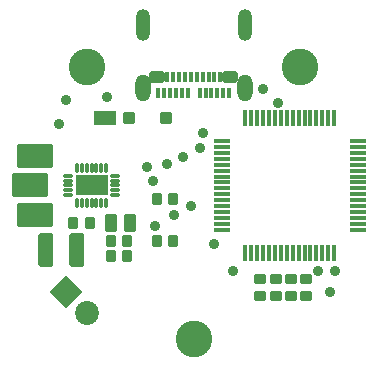
<source format=gts>
G04*
G04 #@! TF.GenerationSoftware,Altium Limited,Altium Designer,23.3.1 (30)*
G04*
G04 Layer_Color=8388736*
%FSLAX43Y43*%
%MOMM*%
G71*
G04*
G04 #@! TF.SameCoordinates,68B4457D-8A2E-4C3C-B976-16FA262DB654*
G04*
G04*
G04 #@! TF.FilePolarity,Negative*
G04*
G01*
G75*
%ADD29C,0.900*%
G04:AMPARAMS|DCode=30|XSize=0.8mm|YSize=1mm|CornerRadius=0.12mm|HoleSize=0mm|Usage=FLASHONLY|Rotation=0.000|XOffset=0mm|YOffset=0mm|HoleType=Round|Shape=RoundedRectangle|*
%AMROUNDEDRECTD30*
21,1,0.800,0.760,0,0,0.0*
21,1,0.560,1.000,0,0,0.0*
1,1,0.240,0.280,-0.380*
1,1,0.240,-0.280,-0.380*
1,1,0.240,-0.280,0.380*
1,1,0.240,0.280,0.380*
%
%ADD30ROUNDEDRECTD30*%
G04:AMPARAMS|DCode=31|XSize=0.4mm|YSize=0.8mm|CornerRadius=0.08mm|HoleSize=0mm|Usage=FLASHONLY|Rotation=180.000|XOffset=0mm|YOffset=0mm|HoleType=Round|Shape=RoundedRectangle|*
%AMROUNDEDRECTD31*
21,1,0.400,0.640,0,0,180.0*
21,1,0.240,0.800,0,0,180.0*
1,1,0.160,-0.120,0.320*
1,1,0.160,0.120,0.320*
1,1,0.160,0.120,-0.320*
1,1,0.160,-0.120,-0.320*
%
%ADD31ROUNDEDRECTD31*%
G04:AMPARAMS|DCode=32|XSize=1.3mm|YSize=1mm|CornerRadius=0.22mm|HoleSize=0mm|Usage=FLASHONLY|Rotation=180.000|XOffset=0mm|YOffset=0mm|HoleType=Round|Shape=RoundedRectangle|*
%AMROUNDEDRECTD32*
21,1,1.300,0.560,0,0,180.0*
21,1,0.860,1.000,0,0,180.0*
1,1,0.440,-0.430,0.280*
1,1,0.440,0.430,0.280*
1,1,0.440,0.430,-0.280*
1,1,0.440,-0.430,-0.280*
%
%ADD32ROUNDEDRECTD32*%
G04:AMPARAMS|DCode=33|XSize=2.1mm|YSize=3.1mm|CornerRadius=0.25mm|HoleSize=0mm|Usage=FLASHONLY|Rotation=90.000|XOffset=0mm|YOffset=0mm|HoleType=Round|Shape=RoundedRectangle|*
%AMROUNDEDRECTD33*
21,1,2.100,2.600,0,0,90.0*
21,1,1.600,3.100,0,0,90.0*
1,1,0.500,1.300,0.800*
1,1,0.500,1.300,-0.800*
1,1,0.500,-1.300,-0.800*
1,1,0.500,-1.300,0.800*
%
%ADD33ROUNDEDRECTD33*%
G04:AMPARAMS|DCode=34|XSize=0.4mm|YSize=1.3mm|CornerRadius=0.08mm|HoleSize=0mm|Usage=FLASHONLY|Rotation=180.000|XOffset=0mm|YOffset=0mm|HoleType=Round|Shape=RoundedRectangle|*
%AMROUNDEDRECTD34*
21,1,0.400,1.140,0,0,180.0*
21,1,0.240,1.300,0,0,180.0*
1,1,0.160,-0.120,0.570*
1,1,0.160,0.120,0.570*
1,1,0.160,0.120,-0.570*
1,1,0.160,-0.120,-0.570*
%
%ADD34ROUNDEDRECTD34*%
G04:AMPARAMS|DCode=35|XSize=0.4mm|YSize=1.3mm|CornerRadius=0.08mm|HoleSize=0mm|Usage=FLASHONLY|Rotation=270.000|XOffset=0mm|YOffset=0mm|HoleType=Round|Shape=RoundedRectangle|*
%AMROUNDEDRECTD35*
21,1,0.400,1.140,0,0,270.0*
21,1,0.240,1.300,0,0,270.0*
1,1,0.160,-0.570,-0.120*
1,1,0.160,-0.570,0.120*
1,1,0.160,0.570,0.120*
1,1,0.160,0.570,-0.120*
%
%ADD35ROUNDEDRECTD35*%
G04:AMPARAMS|DCode=36|XSize=0.3mm|YSize=0.8mm|CornerRadius=0.07mm|HoleSize=0mm|Usage=FLASHONLY|Rotation=0.000|XOffset=0mm|YOffset=0mm|HoleType=Round|Shape=RoundedRectangle|*
%AMROUNDEDRECTD36*
21,1,0.300,0.660,0,0,0.0*
21,1,0.160,0.800,0,0,0.0*
1,1,0.140,0.080,-0.330*
1,1,0.140,-0.080,-0.330*
1,1,0.140,-0.080,0.330*
1,1,0.140,0.080,0.330*
%
%ADD36ROUNDEDRECTD36*%
G04:AMPARAMS|DCode=37|XSize=0.3mm|YSize=0.8mm|CornerRadius=0.07mm|HoleSize=0mm|Usage=FLASHONLY|Rotation=270.000|XOffset=0mm|YOffset=0mm|HoleType=Round|Shape=RoundedRectangle|*
%AMROUNDEDRECTD37*
21,1,0.300,0.660,0,0,270.0*
21,1,0.160,0.800,0,0,270.0*
1,1,0.140,-0.330,-0.080*
1,1,0.140,-0.330,0.080*
1,1,0.140,0.330,0.080*
1,1,0.140,0.330,-0.080*
%
%ADD37ROUNDEDRECTD37*%
%ADD38R,2.800X1.800*%
G04:AMPARAMS|DCode=39|XSize=1.27mm|YSize=2.8mm|CornerRadius=0.167mm|HoleSize=0mm|Usage=FLASHONLY|Rotation=0.000|XOffset=0mm|YOffset=0mm|HoleType=Round|Shape=RoundedRectangle|*
%AMROUNDEDRECTD39*
21,1,1.270,2.466,0,0,0.0*
21,1,0.936,2.800,0,0,0.0*
1,1,0.334,0.468,-1.233*
1,1,0.334,-0.468,-1.233*
1,1,0.334,-0.468,1.233*
1,1,0.334,0.468,1.233*
%
%ADD39ROUNDEDRECTD39*%
G04:AMPARAMS|DCode=40|XSize=0.85mm|YSize=1.06mm|CornerRadius=0.125mm|HoleSize=0mm|Usage=FLASHONLY|Rotation=0.000|XOffset=0mm|YOffset=0mm|HoleType=Round|Shape=RoundedRectangle|*
%AMROUNDEDRECTD40*
21,1,0.850,0.810,0,0,0.0*
21,1,0.600,1.060,0,0,0.0*
1,1,0.250,0.300,-0.405*
1,1,0.250,-0.300,-0.405*
1,1,0.250,-0.300,0.405*
1,1,0.250,0.300,0.405*
%
%ADD40ROUNDEDRECTD40*%
G04:AMPARAMS|DCode=41|XSize=1.05mm|YSize=1.55mm|CornerRadius=0.145mm|HoleSize=0mm|Usage=FLASHONLY|Rotation=0.000|XOffset=0mm|YOffset=0mm|HoleType=Round|Shape=RoundedRectangle|*
%AMROUNDEDRECTD41*
21,1,1.050,1.260,0,0,0.0*
21,1,0.760,1.550,0,0,0.0*
1,1,0.290,0.380,-0.630*
1,1,0.290,-0.380,-0.630*
1,1,0.290,-0.380,0.630*
1,1,0.290,0.380,0.630*
%
%ADD41ROUNDEDRECTD41*%
G04:AMPARAMS|DCode=42|XSize=1mm|YSize=1.05mm|CornerRadius=0.14mm|HoleSize=0mm|Usage=FLASHONLY|Rotation=90.000|XOffset=0mm|YOffset=0mm|HoleType=Round|Shape=RoundedRectangle|*
%AMROUNDEDRECTD42*
21,1,1.000,0.770,0,0,90.0*
21,1,0.720,1.050,0,0,90.0*
1,1,0.280,0.385,0.360*
1,1,0.280,0.385,-0.360*
1,1,0.280,-0.385,-0.360*
1,1,0.280,-0.385,0.360*
%
%ADD42ROUNDEDRECTD42*%
G04:AMPARAMS|DCode=43|XSize=0.85mm|YSize=1.06mm|CornerRadius=0.125mm|HoleSize=0mm|Usage=FLASHONLY|Rotation=90.000|XOffset=0mm|YOffset=0mm|HoleType=Round|Shape=RoundedRectangle|*
%AMROUNDEDRECTD43*
21,1,0.850,0.810,0,0,90.0*
21,1,0.600,1.060,0,0,90.0*
1,1,0.250,0.405,0.300*
1,1,0.250,0.405,-0.300*
1,1,0.250,-0.405,-0.300*
1,1,0.250,-0.405,0.300*
%
%ADD43ROUNDEDRECTD43*%
G04:AMPARAMS|DCode=44|XSize=0.8mm|YSize=1mm|CornerRadius=0.12mm|HoleSize=0mm|Usage=FLASHONLY|Rotation=90.000|XOffset=0mm|YOffset=0mm|HoleType=Round|Shape=RoundedRectangle|*
%AMROUNDEDRECTD44*
21,1,0.800,0.760,0,0,90.0*
21,1,0.560,1.000,0,0,90.0*
1,1,0.240,0.380,0.280*
1,1,0.240,0.380,-0.280*
1,1,0.240,-0.380,-0.280*
1,1,0.240,-0.380,0.280*
%
%ADD44ROUNDEDRECTD44*%
%ADD45C,3.100*%
G04:AMPARAMS|DCode=46|XSize=2.025mm|YSize=2.025mm|CornerRadius=0.242mm|HoleSize=0mm|Usage=FLASHONLY|Rotation=315.000|XOffset=0mm|YOffset=0mm|HoleType=Round|Shape=RoundedRectangle|*
%AMROUNDEDRECTD46*
21,1,2.025,1.540,0,0,315.0*
21,1,1.540,2.025,0,0,315.0*
1,1,0.485,0.000,-1.089*
1,1,0.485,-1.089,0.000*
1,1,0.485,0.000,1.089*
1,1,0.485,1.089,0.000*
%
%ADD46ROUNDEDRECTD46*%
%ADD47C,2.025*%
%ADD48O,1.303X2.303*%
%ADD49O,1.200X2.700*%
G36*
X-6568Y5115D02*
X-8418D01*
Y6315D01*
X-6568D01*
Y5115D01*
D02*
G37*
D29*
X10541Y-7239D02*
D03*
X11938D02*
D03*
X-11430Y5207D02*
D03*
X-1651Y-2540D02*
D03*
X3354Y-7239D02*
D03*
X-3302Y-3429D02*
D03*
X1750Y-4957D02*
D03*
X745Y4463D02*
D03*
X500Y3189D02*
D03*
X-889Y2413D02*
D03*
X-2286Y1778D02*
D03*
X-3937Y1524D02*
D03*
X-10804Y7207D02*
D03*
X-3429Y381D02*
D03*
X5842Y8128D02*
D03*
X7112Y6985D02*
D03*
X11557Y-9017D02*
D03*
X-7378Y7476D02*
D03*
X-250Y-1750D02*
D03*
D30*
X-3098Y-1143D02*
D03*
X-1728D02*
D03*
X-5665Y-4699D02*
D03*
X-7035D02*
D03*
Y-5969D02*
D03*
X-5665D02*
D03*
X-3098Y-4699D02*
D03*
X-1728D02*
D03*
D31*
X3000Y7790D02*
D03*
X2500D02*
D03*
X2000D02*
D03*
X1500D02*
D03*
X1000D02*
D03*
X500Y7790D02*
D03*
X-500D02*
D03*
X-1000Y7790D02*
D03*
X-1500D02*
D03*
X-2000D02*
D03*
X-2500D02*
D03*
X-3000D02*
D03*
X-2250Y9140D02*
D03*
X-1750D02*
D03*
X-1250D02*
D03*
X-750D02*
D03*
X-250D02*
D03*
X250D02*
D03*
X750D02*
D03*
X1250D02*
D03*
X1750D02*
D03*
X2250D02*
D03*
D32*
X-3100D02*
D03*
X3100D02*
D03*
D33*
X-13405Y2500D02*
D03*
X-13905Y0D02*
D03*
X-13405Y-2500D02*
D03*
D34*
X11878Y-5750D02*
D03*
X11378D02*
D03*
X10878D02*
D03*
X10378D02*
D03*
X9878D02*
D03*
X9378D02*
D03*
X8878D02*
D03*
X8378D02*
D03*
X7878D02*
D03*
X7378D02*
D03*
X6878D02*
D03*
X6378D02*
D03*
X5878D02*
D03*
X5378D02*
D03*
X4878D02*
D03*
X4378D02*
D03*
Y5750D02*
D03*
X4878D02*
D03*
X5378D02*
D03*
X5878D02*
D03*
X6378D02*
D03*
X6878D02*
D03*
X7378D02*
D03*
X7878Y5750D02*
D03*
X8378Y5750D02*
D03*
X8878D02*
D03*
X9378D02*
D03*
X9878D02*
D03*
X10378D02*
D03*
X10878D02*
D03*
X11378D02*
D03*
X11878D02*
D03*
D35*
X2378Y-3750D02*
D03*
Y-3250D02*
D03*
Y-2750D02*
D03*
Y-2250D02*
D03*
Y-1750D02*
D03*
Y-1250D02*
D03*
Y-750D02*
D03*
Y-250D02*
D03*
X2378Y250D02*
D03*
X2378Y750D02*
D03*
Y1250D02*
D03*
Y1750D02*
D03*
Y2250D02*
D03*
Y2750D02*
D03*
Y3250D02*
D03*
Y3750D02*
D03*
X13878D02*
D03*
Y3250D02*
D03*
Y2750D02*
D03*
Y2250D02*
D03*
Y1750D02*
D03*
Y1250D02*
D03*
Y750D02*
D03*
Y250D02*
D03*
Y-250D02*
D03*
Y-750D02*
D03*
Y-1250D02*
D03*
Y-1750D02*
D03*
Y-2250D02*
D03*
Y-2750D02*
D03*
Y-3250D02*
D03*
Y-3750D02*
D03*
D36*
X-7455Y1450D02*
D03*
X-7855D02*
D03*
X-8255D02*
D03*
X-8655D02*
D03*
X-9055D02*
D03*
X-9455Y1450D02*
D03*
X-9855D02*
D03*
Y-1450D02*
D03*
X-9455D02*
D03*
X-9055Y-1450D02*
D03*
X-8655Y-1450D02*
D03*
X-8255Y-1450D02*
D03*
X-7855D02*
D03*
X-7455D02*
D03*
D37*
X-10605Y800D02*
D03*
Y400D02*
D03*
Y0D02*
D03*
Y-400D02*
D03*
Y-800D02*
D03*
X-6705Y-800D02*
D03*
X-6705Y-400D02*
D03*
X-6705Y0D02*
D03*
Y400D02*
D03*
Y800D02*
D03*
D38*
X-8655Y0D02*
D03*
D39*
X-12496Y-5461D02*
D03*
X-9856D02*
D03*
D40*
X-10225Y-3175D02*
D03*
X-8825D02*
D03*
D41*
X-5423D02*
D03*
X-7023D02*
D03*
D42*
X-2362Y5715D02*
D03*
X-5512D02*
D03*
D43*
X6985Y-9336D02*
D03*
Y-7936D02*
D03*
X5588Y-9336D02*
D03*
Y-7936D02*
D03*
X9525Y-9336D02*
D03*
Y-7936D02*
D03*
D44*
X8255Y-9321D02*
D03*
Y-7951D02*
D03*
D45*
X9000Y10000D02*
D03*
X-9000D02*
D03*
X0Y-13000D02*
D03*
D46*
X-10804Y-9008D02*
D03*
D47*
X-9008Y-10804D02*
D03*
D48*
X-4320Y8250D02*
D03*
X4320D02*
D03*
D49*
X-4320Y13610D02*
D03*
X4320D02*
D03*
M02*

</source>
